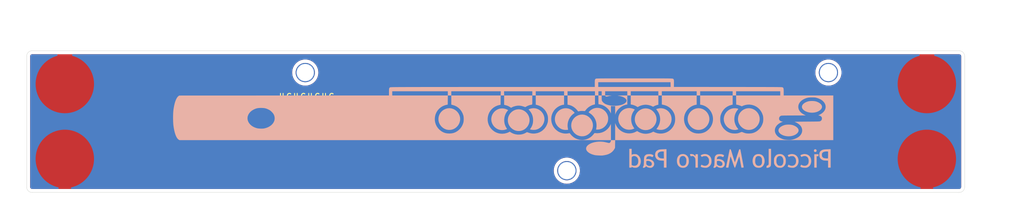
<source format=kicad_pcb>
(kicad_pcb (version 20210925) (generator pcbnew)
  (layers (0 "F.Cu" signal) (31 "B.Cu" signal) (34 "B.Paste" user) (35 "F.Paste" user) (36 "B.SilkS" user "B.Silkscreen") (37 "F.SilkS" user "F.Silkscreen") (38 "B.Mask" user) (39 "F.Mask" user) (44 "Edge.Cuts" user))
  (net 0 "")
  (footprint "Envoy:MountingHole_Reinforced_2.5mm" (layer "F.Cu") (at 189.961868 87.227905)
    (fp_text reference "H3" hide)
    (fp_text value "MountingHole")
    (pad "" thru_hole circle (at 0 0) (size 2.8 2.8) (drill 2.5) (layers *.Cu *.Mask))
  )
  (footprint "Envoy:BumperLocator_8.5mm" (layer "F.Cu") (at 204.3 88.9)
    (fp_text reference "B1" hide)
    (fp_text value "BumperPad")
    (zone (net 0) (net_name "") (layer "B.Cu") (connect_pads (clearance 0)) (min_thickness 0.254)
      (keepout (tracks not_allowed) (vias not_allowed) (pads not_allowed) (copperpour not_allowed) (footprints allowed))
      (fill (thermal_gap 0.508) (thermal_bridge_width 0.508))
      (polygon (pts (xy 208.554819 88.9) (xy 208.535936 88.499586) (xy 208.479454 88.102726) (xy 208.385876 87.712943) (xy 208.256031 87.333697) (xy 208.091071 86.968353) (xy 207.892462 86.620154) (xy 207.661967 86.292191) (xy 207.40163 85.987376) (xy 207.113762 85.708413) (xy 206.80092 85.457779) (xy 206.465879 85.237698) (xy 206.111614 85.050125) (xy 205.741269 84.896723) (xy 205.35813 84.778854) (xy 204.9656 84.697565) (xy 204.567162 84.653577) (xy 204.166353 84.64728) (xy 203.76673 84.678732) (xy 203.37184 84.747651) (xy 202.985189 84.853427) (xy 202.610208 84.99512) (xy 202.250225 85.171474) (xy 201.908437 85.380922) (xy 201.587876 85.621606) (xy 201.291389 85.891389) (xy 201.021606 86.187876) (xy 200.780922 86.508437) (xy 200.571474 86.850225) (xy 200.39512 87.210208) (xy 200.253427 87.585189) (xy 200.147651 87.97184) (xy 200.078732 88.36673) (xy 200.04728 88.766353) (xy 200.053577 89.167162) (xy 200.097565 89.5656) (xy 200.178854 89.95813) (xy 200.296723 90.341269) (xy 200.450125 90.711614) (xy 200.637698 91.065879) (xy 200.857779 91.40092) (xy 201.108413 91.713762) (xy 201.387376 92.00163) (xy 201.692191 92.261967) (xy 202.020154 92.492462) (xy 202.368353 92.691071) (xy 202.733697 92.856031) (xy 203.112943 92.985876) (xy 203.502726 93.079454) (xy 203.899586 93.135936) (xy 204.3 93.154819) (xy 204.700414 93.135936) (xy 205.097274 93.079454) (xy 205.487057 92.985876) (xy 205.866303 92.856031) (xy 206.231647 92.691071) (xy 206.579846 92.492462) (xy 206.907809 92.261967) (xy 207.212624 92.00163) (xy 207.491587 91.713762) (xy 207.742221 91.40092) (xy 207.962302 91.065879) (xy 208.149875 90.711614) (xy 208.303277 90.341269) (xy 208.421146 89.95813) (xy 208.502435 89.5656) (xy 208.546423 89.167162)))
    )
  )
  (footprint "Envoy:MountingHole_Reinforced_2.5mm" (layer "F.Cu") (at 113.761868 87.227905)
    (fp_text reference "H1" hide)
    (fp_text value "MountingHole")
    (pad "" thru_hole circle (at 0 0) (size 2.8 2.8) (drill 2.5) (layers *.Cu *.Mask))
  )
  (footprint "Envoy:BumperLocator_8.5mm" (layer "F.Cu") (at 204.3 99.8)
    (fp_text reference "B1" hide)
    (fp_text value "BumperPad")
    (zone (net 0) (net_name "") (layer "B.Cu") (connect_pads (clearance 0)) (min_thickness 0.254)
      (keepout (tracks not_allowed) (vias not_allowed) (pads not_allowed) (copperpour not_allowed) (footprints allowed))
      (fill (thermal_gap 0.508) (thermal_bridge_width 0.508))
      (polygon (pts (xy 208.554819 99.8) (xy 208.535936 99.399586) (xy 208.479454 99.002726) (xy 208.385876 98.612943) (xy 208.256031 98.233697) (xy 208.091071 97.868353) (xy 207.892462 97.520154) (xy 207.661967 97.192191) (xy 207.40163 96.887376) (xy 207.113762 96.608413) (xy 206.80092 96.357779) (xy 206.465879 96.137698) (xy 206.111614 95.950125) (xy 205.741269 95.796723) (xy 205.35813 95.678854) (xy 204.9656 95.597565) (xy 204.567162 95.553577) (xy 204.166353 95.54728) (xy 203.76673 95.578732) (xy 203.37184 95.647651) (xy 202.985189 95.753427) (xy 202.610208 95.89512) (xy 202.250225 96.071474) (xy 201.908437 96.280922) (xy 201.587876 96.521606) (xy 201.291389 96.791389) (xy 201.021606 97.087876) (xy 200.780922 97.408437) (xy 200.571474 97.750225) (xy 200.39512 98.110208) (xy 200.253427 98.485189) (xy 200.147651 98.87184) (xy 200.078732 99.26673) (xy 200.04728 99.666353) (xy 200.053577 100.067162) (xy 200.097565 100.4656) (xy 200.178854 100.85813) (xy 200.296723 101.241269) (xy 200.450125 101.611614) (xy 200.637698 101.965879) (xy 200.857779 102.30092) (xy 201.108413 102.613762) (xy 201.387376 102.90163) (xy 201.692191 103.161967) (xy 202.020154 103.392462) (xy 202.368353 103.591071) (xy 202.733697 103.756031) (xy 203.112943 103.885876) (xy 203.502726 103.979454) (xy 203.899586 104.035936) (xy 204.3 104.054819) (xy 204.700414 104.035936) (xy 205.097274 103.979454) (xy 205.487057 103.885876) (xy 205.866303 103.756031) (xy 206.231647 103.591071) (xy 206.579846 103.392462) (xy 206.907809 103.161967) (xy 207.212624 102.90163) (xy 207.491587 102.613762) (xy 207.742221 102.30092) (xy 207.962302 101.965879) (xy 208.149875 101.611614) (xy 208.303277 101.241269) (xy 208.421146 100.85813) (xy 208.502435 100.4656) (xy 208.546423 100.067162)))
    )
  )
  (footprint "Envoy:BumperLocator_8.5mm" (layer "F.Cu") (at 78.74 88.9)
    (fp_text reference "B1" hide)
    (fp_text value "BumperPad")
    (zone (net 0) (net_name "") (layer "B.Cu") (connect_pads (clearance 0)) (min_thickness 0.254)
      (keepout (tracks not_allowed) (vias not_allowed) (pads not_allowed) (copperpour not_allowed) (footprints allowed))
      (fill (thermal_gap 0.508) (thermal_bridge_width 0.508))
      (polygon (pts (xy 82.994819 88.9) (xy 82.975936 88.499586) (xy 82.919454 88.102726) (xy 82.825876 87.712943) (xy 82.696031 87.333697) (xy 82.531071 86.968353) (xy 82.332462 86.620154) (xy 82.101967 86.292191) (xy 81.84163 85.987376) (xy 81.553762 85.708413) (xy 81.24092 85.457779) (xy 80.905879 85.237698) (xy 80.551614 85.050125) (xy 80.181269 84.896723) (xy 79.79813 84.778854) (xy 79.4056 84.697565) (xy 79.007162 84.653577) (xy 78.606353 84.64728) (xy 78.20673 84.678732) (xy 77.81184 84.747651) (xy 77.425189 84.853427) (xy 77.050208 84.99512) (xy 76.690225 85.171474) (xy 76.348437 85.380922) (xy 76.027876 85.621606) (xy 75.731389 85.891389) (xy 75.461606 86.187876) (xy 75.220922 86.508437) (xy 75.011474 86.850225) (xy 74.83512 87.210208) (xy 74.693427 87.585189) (xy 74.587651 87.97184) (xy 74.518732 88.36673) (xy 74.48728 88.766353) (xy 74.493577 89.167162) (xy 74.537565 89.5656) (xy 74.618854 89.95813) (xy 74.736723 90.341269) (xy 74.890125 90.711614) (xy 75.077698 91.065879) (xy 75.297779 91.40092) (xy 75.548413 91.713762) (xy 75.827376 92.00163) (xy 76.132191 92.261967) (xy 76.460154 92.492462) (xy 76.808353 92.691071) (xy 77.173697 92.856031) (xy 77.552943 92.985876) (xy 77.942726 93.079454) (xy 78.339586 93.135936) (xy 78.74 93.154819) (xy 79.140414 93.135936) (xy 79.537274 93.079454) (xy 79.927057 92.985876) (xy 80.306303 92.856031) (xy 80.671647 92.691071) (xy 81.019846 92.492462) (xy 81.347809 92.261967) (xy 81.652624 92.00163) (xy 81.931587 91.713762) (xy 82.182221 91.40092) (xy 82.402302 91.065879) (xy 82.589875 90.711614) (xy 82.743277 90.341269) (xy 82.861146 89.95813) (xy 82.942435 89.5656) (xy 82.986423 89.167162)))
    )
  )
  (footprint "Envoy:MountingHole_Reinforced_2.5mm" (layer "F.Cu") (at 151.861868 101.515405)
    (fp_text reference "H2" hide)
    (fp_text value "MountingHole")
    (pad "" thru_hole circle (at 0 0) (size 2.8 2.8) (drill 2.5) (layers *.Cu *.Mask))
  )
  (footprint "Envoy:BumperLocator_8.5mm" (layer "F.Cu") (at 78.74 99.8)
    (fp_text reference "B1" hide)
    (fp_text value "BumperPad")
    (zone (net 0) (net_name "") (layer "B.Cu") (connect_pads (clearance 0)) (min_thickness 0.254)
      (keepout (tracks not_allowed) (vias not_allowed) (pads not_allowed) (copperpour not_allowed) (footprints allowed))
      (fill (thermal_gap 0.508) (thermal_bridge_width 0.508))
      (polygon (pts (xy 82.994819 99.8) (xy 82.975936 99.399586) (xy 82.919454 99.002726) (xy 82.825876 98.612943) (xy 82.696031 98.233697) (xy 82.531071 97.868353) (xy 82.332462 97.520154) (xy 82.101967 97.192191) (xy 81.84163 96.887376) (xy 81.553762 96.608413) (xy 81.24092 96.357779) (xy 80.905879 96.137698) (xy 80.551614 95.950125) (xy 80.181269 95.796723) (xy 79.79813 95.678854) (xy 79.4056 95.597565) (xy 79.007162 95.553577) (xy 78.606353 95.54728) (xy 78.20673 95.578732) (xy 77.81184 95.647651) (xy 77.425189 95.753427) (xy 77.050208 95.89512) (xy 76.690225 96.071474) (xy 76.348437 96.280922) (xy 76.027876 96.521606) (xy 75.731389 96.791389) (xy 75.461606 97.087876) (xy 75.220922 97.408437) (xy 75.011474 97.750225) (xy 74.83512 98.110208) (xy 74.693427 98.485189) (xy 74.587651 98.87184) (xy 74.518732 99.26673) (xy 74.48728 99.666353) (xy 74.493577 100.067162) (xy 74.537565 100.4656) (xy 74.618854 100.85813) (xy 74.736723 101.241269) (xy 74.890125 101.611614) (xy 75.077698 101.965879) (xy 75.297779 102.30092) (xy 75.548413 102.613762) (xy 75.827376 102.90163) (xy 76.132191 103.161967) (xy 76.460154 103.392462) (xy 76.808353 103.591071) (xy 77.173697 103.756031) (xy 77.552943 103.885876) (xy 77.942726 103.979454) (xy 78.339586 104.035936) (xy 78.74 104.054819) (xy 79.140414 104.035936) (xy 79.537274 103.979454) (xy 79.927057 103.885876) (xy 80.306303 103.756031) (xy 80.671647 103.591071) (xy 81.019846 103.392462) (xy 81.347809 103.161967) (xy 81.652624 102.90163) (xy 81.931587 102.613762) (xy 82.182221 102.30092) (xy 82.402302 101.965879) (xy 82.589875 101.611614) (xy 82.743277 101.241269) (xy 82.861146 100.85813) (xy 82.942435 100.4656) (xy 82.986423 100.067162)))
    )
  )
  (footprint "Envoy:Piccolo_Macro_Pad_text_30mm" (layer "B.Cu") (at 175.55 99.85 180)
    (fp_text reference "G***" hide)
    (fp_text value "LOGO" hide)
  )
  (footprint "Envoy:piccolo_logo_100mm" (layer "B.Cu") (at 142.2 93.5 180)
    (fp_text reference "G***" hide)
    (fp_text value "LOGO" hide)
  )
  (gr_arc (start 73.979118 84.846655) (end 73.979118 84.052905) (angle -90) (layer "Edge.Cuts") (width 0.05))
  (gr_line (start 73.979118 104.690405) (end 209.011868 104.690405) (layer "Edge.Cuts") (width 0.05))
  (gr_line (start 209.805618 103.896655) (end 209.805618 84.846655) (layer "Edge.Cuts") (width 0.05))
  (gr_arc (start 73.979118 103.896655) (end 73.185368 103.896655) (angle -90) (layer "Edge.Cuts") (width 0.05))
  (gr_arc (start 209.011868 84.846655) (end 209.805618 84.846655) (angle -90) (layer "Edge.Cuts") (width 0.05))
  (gr_arc (start 209.011868 103.896655) (end 209.011868 104.690405) (angle -90) (layer "Edge.Cuts") (width 0.05))
  (gr_line (start 73.185368 84.846655) (end 73.185368 103.896655) (layer "Edge.Cuts") (width 0.05))
  (gr_line (start 209.011868 84.052905) (end 73.979118 84.052905) (layer "Edge.Cuts") (width 0.05))
  (gr_text "JLCJLCJLCJLC" (at 113.85 90.7) (layer "F.SilkS") (effects (font (size 0.8 0.8))))
  (zone (net 0) (net_name "") (layer "F.Cu") (connect_pads (clearance 0.508)) (min_thickness 0.254) (fill yes (thermal_gap 0.508) (thermal_bridge_width 0.508))
    (polygon (pts (xy 213.139368 82.497155) (xy 213.139368 106.881155) (xy 72.042368 107.389155) (xy 72.042368 82.497155) (xy 72.296368 82.497155)))
  )
  (zone (net 0) (net_name "") (layer "B.Cu") (connect_pads (clearance 0.508)) (min_thickness 0.254) (fill yes (thermal_gap 0.508) (thermal_bridge_width 0.508))
    (polygon (pts (xy 218.449372 107.609155) (xy 69.299372 108.109155) (xy 71.349372 79.859155) (xy 215.749372 76.659155)))
  )
)
</source>
